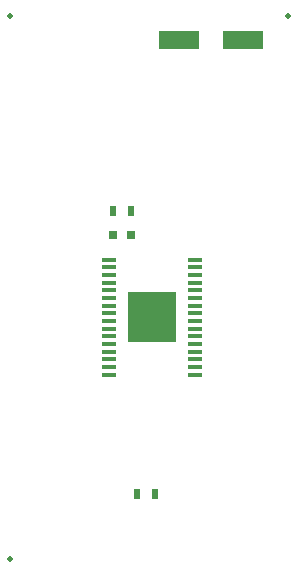
<source format=gbp>
G04 #@! TF.FileFunction,Paste,Bot*
%FSLAX46Y46*%
G04 Gerber Fmt 4.6, Leading zero omitted, Abs format (unit mm)*
G04 Created by KiCad (PCBNEW 4.0.6) date Wednesday, September 13, 2017 'PMt' 03:29:23 PM*
%MOMM*%
%LPD*%
G01*
G04 APERTURE LIST*
%ADD10C,0.100000*%
%ADD11R,3.500000X1.600000*%
%ADD12R,0.800000X0.750000*%
%ADD13R,0.500000X0.900000*%
%ADD14R,1.200000X0.400000*%
%ADD15R,4.110000X4.360000*%
%ADD16C,0.497840*%
G04 APERTURE END LIST*
D10*
D11*
X197700000Y-80000000D03*
X192300000Y-80000000D03*
D12*
X188250000Y-96500000D03*
X186750000Y-96500000D03*
D13*
X186750000Y-94500000D03*
X188250000Y-94500000D03*
X188750000Y-118500000D03*
X190250000Y-118500000D03*
D14*
X193650000Y-98625000D03*
X193650000Y-99275000D03*
X193650000Y-99925000D03*
X193650000Y-100575000D03*
X193650000Y-101225000D03*
X193650000Y-101875000D03*
X193650000Y-102525000D03*
X193650000Y-103175000D03*
X193650000Y-103825000D03*
X193650000Y-104475000D03*
X193650000Y-105125000D03*
X193650000Y-105775000D03*
X193650000Y-106425000D03*
X193650000Y-107075000D03*
X193650000Y-107725000D03*
X193650000Y-108375000D03*
X186350000Y-108375000D03*
X186350000Y-107725000D03*
X186350000Y-107075000D03*
X186350000Y-106425000D03*
X186350000Y-105775000D03*
X186350000Y-105125000D03*
X186350000Y-104475000D03*
X186350000Y-103825000D03*
X186350000Y-103175000D03*
X186350000Y-102525000D03*
X186350000Y-101875000D03*
X186350000Y-101225000D03*
X186350000Y-100575000D03*
X186350000Y-99925000D03*
X186350000Y-99275000D03*
X186350000Y-98625000D03*
D15*
X190000000Y-103500000D03*
D16*
X178000000Y-78000000D03*
X201500000Y-78000000D03*
X178000000Y-124000000D03*
M02*

</source>
